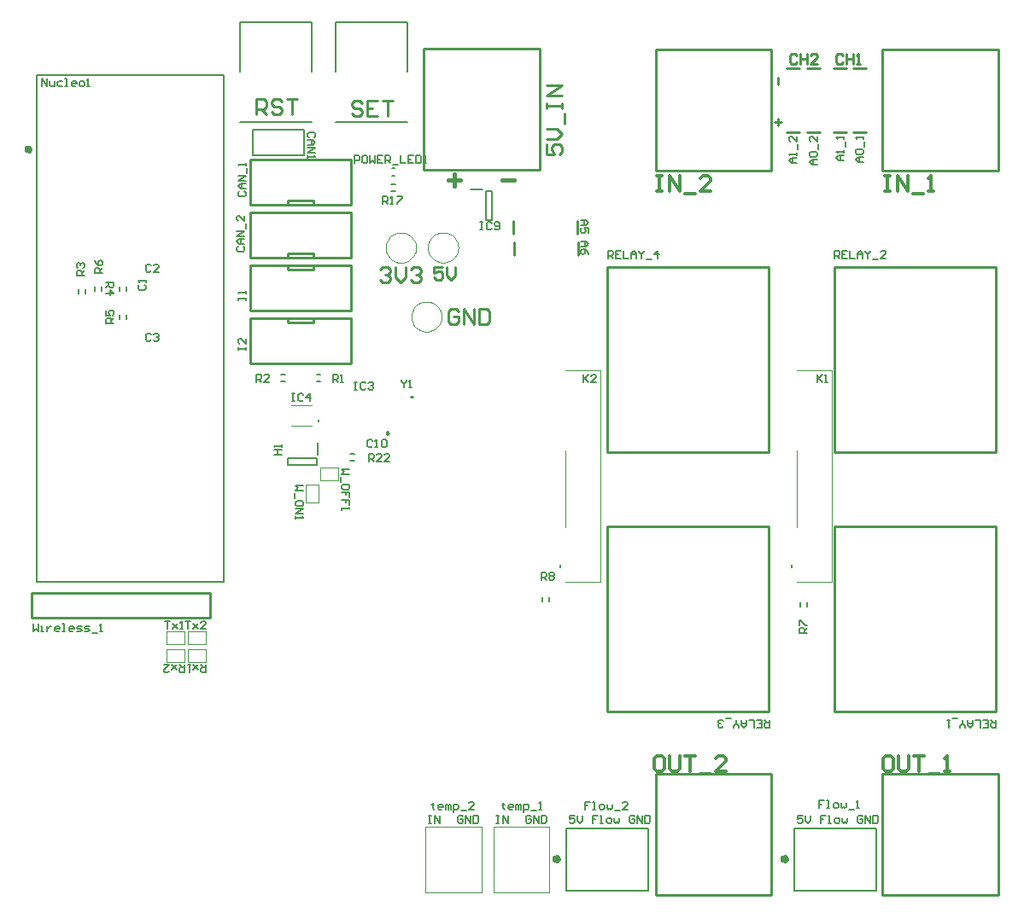
<source format=gto>
G04*
G04 #@! TF.GenerationSoftware,Altium Limited,Altium Designer,19.0.10 (269)*
G04*
G04 Layer_Color=65535*
%FSLAX25Y25*%
%MOIN*%
G70*
G01*
G75*
%ADD10C,0.00394*%
%ADD11C,0.00787*%
%ADD12C,0.01575*%
%ADD13C,0.00984*%
%ADD14C,0.00394*%
%ADD15C,0.01000*%
%ADD16C,0.00500*%
%ADD17C,0.00400*%
%ADD18C,0.01500*%
%ADD19C,0.00700*%
%ADD20C,0.01200*%
D10*
X-40905Y60500D02*
X-40825Y59528D01*
X-40586Y58583D01*
X-40194Y57689D01*
X-39660Y56873D01*
X-39000Y56155D01*
X-38230Y55556D01*
X-37372Y55092D01*
X-36450Y54775D01*
X-35488Y54615D01*
X-34512D01*
X-33550Y54775D01*
X-32628Y55092D01*
X-31770Y55556D01*
X-31000Y56155D01*
X-30340Y56873D01*
X-29806Y57689D01*
X-29414Y58583D01*
X-29175Y59528D01*
X-29094Y60500D01*
X-29175Y61472D01*
X-29414Y62418D01*
X-29806Y63311D01*
X-30340Y64127D01*
X-31000Y64845D01*
X-31770Y65444D01*
X-32628Y65908D01*
X-33550Y66225D01*
X-34512Y66385D01*
X-35488D01*
X-36450Y66225D01*
X-37372Y65908D01*
X-38230Y65444D01*
X-39000Y64845D01*
X-39660Y64127D01*
X-40194Y63311D01*
X-40586Y62418D01*
X-40825Y61472D01*
X-40905Y60500D01*
X-45000Y93405D02*
X-45972Y93325D01*
X-46918Y93085D01*
X-47811Y92694D01*
X-48627Y92160D01*
X-49345Y91500D01*
X-49944Y90730D01*
X-50408Y89872D01*
X-50725Y88950D01*
X-50885Y87988D01*
Y87012D01*
X-50725Y86050D01*
X-50408Y85128D01*
X-49944Y84270D01*
X-49345Y83500D01*
X-48627Y82840D01*
X-47811Y82306D01*
X-46918Y81915D01*
X-45972Y81675D01*
X-45000Y81595D01*
X-45000D02*
X-44028Y81675D01*
X-43082Y81915D01*
X-42189Y82306D01*
X-41373Y82840D01*
X-40655Y83500D01*
X-40056Y84270D01*
X-39592Y85128D01*
X-39275Y86050D01*
X-39115Y87012D01*
Y87988D01*
X-39275Y88950D01*
X-39592Y89872D01*
X-40056Y90730D01*
X-40655Y91500D01*
X-41373Y92160D01*
X-42189Y92694D01*
X-43082Y93085D01*
X-44028Y93325D01*
X-45000Y93405D01*
X-34405Y87500D02*
X-34325Y86528D01*
X-34086Y85583D01*
X-33694Y84689D01*
X-33160Y83873D01*
X-32500Y83155D01*
X-31730Y82556D01*
X-30872Y82092D01*
X-29950Y81775D01*
X-28988Y81615D01*
X-28012D01*
X-27050Y81775D01*
X-26128Y82092D01*
X-25270Y82556D01*
X-24500Y83155D01*
X-23840Y83873D01*
X-23306Y84689D01*
X-22915Y85583D01*
X-22675Y86528D01*
X-22594Y87500D01*
X-22675Y88472D01*
X-22915Y89417D01*
X-23306Y90311D01*
X-23840Y91127D01*
X-24500Y91845D01*
X-25270Y92444D01*
X-26128Y92908D01*
X-27050Y93225D01*
X-28012Y93385D01*
X-28988D01*
X-29950Y93225D01*
X-30872Y92908D01*
X-31730Y92444D01*
X-32500Y91845D01*
X-33160Y91127D01*
X-33694Y90311D01*
X-34086Y89417D01*
X-34325Y88472D01*
X-34405Y87500D01*
X109429Y-21905D02*
Y8095D01*
Y39433D02*
X123209D01*
Y-43244D02*
Y39433D01*
X109429Y-43244D02*
X123209D01*
X19220Y-21905D02*
Y8095D01*
Y39433D02*
X33000D01*
Y-43244D02*
Y39433D01*
X19220Y-43244D02*
X33000D01*
X-8906Y-138705D02*
X12905D01*
Y-164295D02*
Y-138705D01*
X-8906Y-164295D02*
X12905D01*
X-8906D02*
Y-138705D01*
X-35405D02*
X-13595D01*
Y-164295D02*
Y-138705D01*
X-35405Y-164295D02*
X-13595D01*
X-35405D02*
Y-138705D01*
X-87638Y18032D02*
X-79764D01*
X-87638Y25905D02*
X-79764D01*
D11*
X107461Y-37339D02*
Y-36551D01*
Y-37339D01*
X17252D02*
Y-36551D01*
Y-37339D01*
X-77008Y20394D02*
Y19606D01*
Y20394D01*
X-17784Y110102D02*
X-13059D01*
X-11681Y98291D02*
Y109709D01*
Y98291D02*
X-9319D01*
Y109709D01*
X-11681D02*
X-9319D01*
X10122Y-50787D02*
Y-49213D01*
X12878Y-50787D02*
Y-49213D01*
X108595Y-163705D02*
Y-139295D01*
Y-163705D02*
X140405D01*
Y-139295D01*
X108595D02*
X140405D01*
X19594Y-163705D02*
Y-139295D01*
Y-163705D02*
X51406D01*
Y-139295D01*
X19594D02*
X51406D01*
X-64787Y6878D02*
X-63213D01*
X-64787Y4122D02*
X-63213D01*
X-77791Y2720D02*
Y5280D01*
X-89209Y2720D02*
X-77791D01*
X-89209D02*
Y5280D01*
X-77791D01*
X-77595Y6657D02*
Y11185D01*
X-170878Y69713D02*
Y71287D01*
X-168122Y69713D02*
Y71287D01*
X113563Y-52787D02*
Y-51213D01*
X110807Y-52787D02*
Y-51213D01*
X-164378Y70713D02*
Y72287D01*
X-161622Y70713D02*
Y72287D01*
X-152122Y59713D02*
Y61287D01*
X-154878Y59713D02*
Y61287D01*
X-154878Y70713D02*
Y72287D01*
X-152122Y70713D02*
Y72287D01*
X-102937Y123500D02*
X-82937D01*
Y133500D01*
X-102937D02*
X-82937D01*
X-102937Y123500D02*
Y133500D01*
X-91677Y37878D02*
X-90102D01*
X-91677Y35122D02*
X-90102D01*
X-77898D02*
X-76323D01*
X-77898Y37878D02*
X-76323D01*
X-48787Y109622D02*
X-47213D01*
X-48787Y112378D02*
X-47213D01*
X-48591Y118476D02*
X-47409D01*
X-48591Y115524D02*
X-47409D01*
X-70295Y156122D02*
Y175531D01*
X-42303D01*
Y156122D02*
Y175531D01*
X-70295Y136713D02*
X-42303D01*
X-107854Y156122D02*
Y175531D01*
X-79862D01*
Y156122D02*
Y175531D01*
X-107854Y136713D02*
X-79862D01*
D12*
X-189713Y126000D02*
X-190257Y126749D01*
X-191137Y126463D01*
Y125537D01*
X-190257Y125251D01*
X-189713Y126000D01*
X105528Y-151378D02*
X104935Y-150561D01*
X103974Y-150873D01*
Y-151883D01*
X104935Y-152195D01*
X105528Y-151378D01*
X16528D02*
X15935Y-150561D01*
X14974Y-150873D01*
Y-151883D01*
X15935Y-152195D01*
X16528Y-151378D01*
D13*
X-49756Y15020D02*
X-50494Y15446D01*
Y14593D01*
X-49756Y15020D01*
D14*
X-53461Y119705D02*
D03*
D15*
X-40472Y29331D02*
X-41134D01*
X-40472D01*
X24000Y93063D02*
Y98063D01*
X-1000Y93063D02*
Y98063D01*
X24126Y84563D02*
Y89563D01*
X-874Y84563D02*
Y89563D01*
X54421Y-118126D02*
X99697D01*
Y-165370D02*
Y-118126D01*
X54421Y-165370D02*
Y-118126D01*
Y-165370D02*
X99697D01*
X131500Y157500D02*
X136500D01*
X131500Y132500D02*
X136500D01*
X124000Y157500D02*
X129000D01*
X124000Y132500D02*
X129000D01*
X113500Y157500D02*
X118500D01*
X113500Y132500D02*
X118500D01*
X105500Y157500D02*
X110500D01*
X105500Y132500D02*
X110500D01*
X-89000Y58167D02*
Y59860D01*
Y58167D02*
X-79000D01*
Y59860D01*
X-103685Y42143D02*
Y59860D01*
X-64315Y42143D02*
Y59860D01*
X-103685Y42143D02*
X-64315D01*
X-103685Y59860D02*
X-64315D01*
X-89000Y78888D02*
Y80581D01*
Y78888D02*
X-79000D01*
Y80581D01*
X-103685Y62864D02*
Y80581D01*
X-64315Y62864D02*
Y80581D01*
X-103685Y62864D02*
X-64315D01*
X-103685Y80581D02*
X-64315D01*
X-79000Y83586D02*
Y85279D01*
X-89000D02*
X-79000D01*
X-89000Y83586D02*
Y85279D01*
X-64315Y83586D02*
Y101302D01*
X-103685Y83586D02*
Y101302D01*
X-64315D01*
X-103685Y83586D02*
X-64315D01*
X-79000Y104307D02*
Y106000D01*
X-89000D02*
X-79000D01*
X-89000Y104307D02*
Y106000D01*
X-64315Y104307D02*
Y122024D01*
X-103685Y104307D02*
Y122024D01*
X-64315D01*
X-103685Y104307D02*
X-64315D01*
X-36138Y118032D02*
X9138D01*
X-36138D02*
Y165276D01*
X9138Y118032D02*
Y165276D01*
X-36138D02*
X9138D01*
X-119500Y-57000D02*
Y-47500D01*
X-189000Y-57000D02*
X-119500D01*
X-189000Y-47500D02*
X-119500D01*
X-189000Y-57000D02*
Y-47500D01*
X54421Y164870D02*
X99697D01*
Y117626D02*
Y164870D01*
X54421Y117626D02*
Y164870D01*
Y117626D02*
X99697D01*
X143020Y164870D02*
X188295D01*
Y117626D02*
Y164870D01*
X143020Y117626D02*
Y164870D01*
Y117626D02*
X188295D01*
X124319Y7604D02*
Y80045D01*
X187311Y7604D02*
Y80045D01*
X124319Y7604D02*
X187311D01*
X124319Y80045D02*
X187311D01*
X35720Y7604D02*
Y80045D01*
X98713Y7604D02*
Y80045D01*
X35720Y7604D02*
X98713D01*
X35720Y80045D02*
X98713D01*
X187311Y-93736D02*
Y-21295D01*
X124319Y-93736D02*
Y-21295D01*
X187311D01*
X124319Y-93736D02*
X187311D01*
X98713D02*
Y-21295D01*
X35720Y-93736D02*
Y-21295D01*
X98713D01*
X35720Y-93736D02*
X98713D01*
X143020Y-165370D02*
X188295D01*
X143020D02*
Y-118126D01*
X188295Y-165370D02*
Y-118126D01*
X143020D02*
X188295D01*
X102105Y135102D02*
Y137768D01*
X100772Y136435D02*
X103438D01*
X102105Y151097D02*
Y153763D01*
X127666Y162738D02*
X126999Y163404D01*
X125666D01*
X125000Y162738D01*
Y160072D01*
X125666Y159406D01*
X126999D01*
X127666Y160072D01*
X128999Y163404D02*
Y159406D01*
Y161405D01*
X131665D01*
Y163404D01*
Y159406D01*
X132997D02*
X134330D01*
X133664D01*
Y163404D01*
X132997Y162738D01*
X109666D02*
X108999Y163404D01*
X107667D01*
X107000Y162738D01*
Y160072D01*
X107667Y159406D01*
X108999D01*
X109666Y160072D01*
X110999Y163404D02*
Y159406D01*
Y161405D01*
X113664D01*
Y163404D01*
Y159406D01*
X117663D02*
X114997D01*
X117663Y162071D01*
Y162738D01*
X116997Y163404D01*
X115664D01*
X114997Y162738D01*
X-22501Y62498D02*
X-23501Y63498D01*
X-25500D01*
X-26500Y62498D01*
Y58500D01*
X-25500Y57500D01*
X-23501D01*
X-22501Y58500D01*
Y60499D01*
X-24501D01*
X-20502Y57500D02*
Y63498D01*
X-16503Y57500D01*
Y63498D01*
X-14504D02*
Y57500D01*
X-11505D01*
X-10505Y58500D01*
Y62498D01*
X-11505Y63498D01*
X-14504D01*
X-28668Y79998D02*
X-32000D01*
Y77499D01*
X-30334Y78332D01*
X-29501D01*
X-28668Y77499D01*
Y75833D01*
X-29501Y75000D01*
X-31167D01*
X-32000Y75833D01*
X-27002Y79998D02*
Y76666D01*
X-25335Y75000D01*
X-23669Y76666D01*
Y79998D01*
X12002Y127999D02*
Y124000D01*
X15001D01*
X14001Y125999D01*
Y126999D01*
X15001Y127999D01*
X17000D01*
X18000Y126999D01*
Y125000D01*
X17000Y124000D01*
X12002Y129998D02*
X16001D01*
X18000Y131997D01*
X16001Y133997D01*
X12002D01*
X19000Y135996D02*
Y139995D01*
X12002Y141994D02*
Y143993D01*
Y142994D01*
X18000D01*
Y141994D01*
Y143993D01*
Y146993D02*
X12002D01*
X18000Y150991D01*
X12002D01*
X-53000Y78998D02*
X-52000Y79998D01*
X-50001D01*
X-49001Y78998D01*
Y77999D01*
X-50001Y76999D01*
X-51001D01*
X-50001D01*
X-49001Y75999D01*
Y75000D01*
X-50001Y74000D01*
X-52000D01*
X-53000Y75000D01*
X-47002Y79998D02*
Y75999D01*
X-45003Y74000D01*
X-43003Y75999D01*
Y79998D01*
X-41004Y78998D02*
X-40004Y79998D01*
X-38005D01*
X-37005Y78998D01*
Y77999D01*
X-38005Y76999D01*
X-39004D01*
X-38005D01*
X-37005Y75999D01*
Y75000D01*
X-38005Y74000D01*
X-40004D01*
X-41004Y75000D01*
X-60001Y143998D02*
X-61001Y144998D01*
X-63000D01*
X-64000Y143998D01*
Y142999D01*
X-63000Y141999D01*
X-61001D01*
X-60001Y140999D01*
Y140000D01*
X-61001Y139000D01*
X-63000D01*
X-64000Y140000D01*
X-54003Y144998D02*
X-58002D01*
Y139000D01*
X-54003D01*
X-58002Y141999D02*
X-56003D01*
X-52004Y144998D02*
X-48005D01*
X-50005D01*
Y139000D01*
X-101500Y139500D02*
Y145498D01*
X-98501D01*
X-97501Y144498D01*
Y142499D01*
X-98501Y141499D01*
X-101500D01*
X-99501D02*
X-97501Y139500D01*
X-91503Y144498D02*
X-92503Y145498D01*
X-94502D01*
X-95502Y144498D01*
Y143499D01*
X-94502Y142499D01*
X-92503D01*
X-91503Y141499D01*
Y140500D01*
X-92503Y139500D01*
X-94502D01*
X-95502Y140500D01*
X-89504Y145498D02*
X-85505D01*
X-87505D01*
Y139500D01*
D16*
X-186996Y-42996D02*
X-114004D01*
Y154996D01*
X-186996D02*
X-114004D01*
X-186996Y-42996D02*
Y154996D01*
D17*
X-136500Y-62500D02*
X-129500D01*
Y-67500D02*
Y-62500D01*
X-136500Y-67500D02*
Y-62500D01*
Y-67500D02*
X-129500D01*
X-128000Y-62500D02*
X-121000D01*
Y-67500D02*
Y-62500D01*
X-128000Y-67500D02*
Y-62500D01*
Y-67500D02*
X-121000D01*
X-128000Y-74500D02*
X-121000D01*
X-128000D02*
Y-69500D01*
X-121000Y-74500D02*
Y-69500D01*
X-128000D02*
X-121000D01*
X-136500Y-74500D02*
X-129500D01*
X-136500D02*
Y-69500D01*
X-129500Y-74500D02*
Y-69500D01*
X-136500D02*
X-129500D01*
X-76500Y-3500D02*
X-69500D01*
X-76500D02*
Y1500D01*
X-69500Y-3500D02*
Y1500D01*
X-76500D02*
X-69500D01*
X-77000Y-12000D02*
Y-5000D01*
X-82000Y-12000D02*
X-77000D01*
X-82000Y-5000D02*
X-77000D01*
X-82000Y-12000D02*
Y-5000D01*
D18*
X-26500Y113999D02*
X-21835D01*
X-24167Y116331D02*
Y111666D01*
X-5507Y113999D02*
X-842D01*
D19*
X111806Y-134301D02*
X109806D01*
Y-135801D01*
X110806Y-135301D01*
X111306D01*
X111806Y-135801D01*
Y-136800D01*
X111306Y-137300D01*
X110306D01*
X109806Y-136800D01*
X112805Y-134301D02*
Y-136300D01*
X113805Y-137300D01*
X114805Y-136300D01*
Y-134301D01*
X120803D02*
X118803D01*
Y-135801D01*
X119803D01*
X118803D01*
Y-137300D01*
X121802D02*
X122802D01*
X122302D01*
Y-134301D01*
X121802D01*
X124802Y-137300D02*
X125801D01*
X126301Y-136800D01*
Y-135801D01*
X125801Y-135301D01*
X124802D01*
X124302Y-135801D01*
Y-136800D01*
X124802Y-137300D01*
X127301Y-135301D02*
Y-136800D01*
X127801Y-137300D01*
X128300Y-136800D01*
X128800Y-137300D01*
X129300Y-136800D01*
Y-135301D01*
X135298Y-134801D02*
X134798Y-134301D01*
X133799D01*
X133299Y-134801D01*
Y-136800D01*
X133799Y-137300D01*
X134798D01*
X135298Y-136800D01*
Y-135801D01*
X134298D01*
X136298Y-137300D02*
Y-134301D01*
X138297Y-137300D01*
Y-134301D01*
X139297D02*
Y-137300D01*
X140796D01*
X141296Y-136800D01*
Y-134801D01*
X140796Y-134301D01*
X139297D01*
X-34194D02*
X-33194D01*
X-33694D01*
Y-137300D01*
X-34194D01*
X-33194D01*
X-31694D02*
Y-134301D01*
X-29695Y-137300D01*
Y-134301D01*
X-20698Y-134801D02*
X-21198Y-134301D01*
X-22198D01*
X-22697Y-134801D01*
Y-136800D01*
X-22198Y-137300D01*
X-21198D01*
X-20698Y-136800D01*
Y-135801D01*
X-21698D01*
X-19698Y-137300D02*
Y-134301D01*
X-17699Y-137300D01*
Y-134301D01*
X-16699D02*
Y-137300D01*
X-15200D01*
X-14700Y-136800D01*
Y-134801D01*
X-15200Y-134301D01*
X-16699D01*
X-7694D02*
X-6694D01*
X-7194D01*
Y-137300D01*
X-7694D01*
X-6694D01*
X-5195D02*
Y-134301D01*
X-3195Y-137300D01*
Y-134301D01*
X5802Y-134801D02*
X5302Y-134301D01*
X4302D01*
X3803Y-134801D01*
Y-136800D01*
X4302Y-137300D01*
X5302D01*
X5802Y-136800D01*
Y-135801D01*
X4802D01*
X6802Y-137300D02*
Y-134301D01*
X8801Y-137300D01*
Y-134301D01*
X9801D02*
Y-137300D01*
X11300D01*
X11800Y-136800D01*
Y-134801D01*
X11300Y-134301D01*
X9801D01*
X22806D02*
X20806D01*
Y-135801D01*
X21806Y-135301D01*
X22306D01*
X22806Y-135801D01*
Y-136800D01*
X22306Y-137300D01*
X21306D01*
X20806Y-136800D01*
X23805Y-134301D02*
Y-136300D01*
X24805Y-137300D01*
X25805Y-136300D01*
Y-134301D01*
X31803D02*
X29803D01*
Y-135801D01*
X30803D01*
X29803D01*
Y-137300D01*
X32802D02*
X33802D01*
X33302D01*
Y-134301D01*
X32802D01*
X35802Y-137300D02*
X36801D01*
X37301Y-136800D01*
Y-135801D01*
X36801Y-135301D01*
X35802D01*
X35302Y-135801D01*
Y-136800D01*
X35802Y-137300D01*
X38301Y-135301D02*
Y-136800D01*
X38800Y-137300D01*
X39300Y-136800D01*
X39800Y-137300D01*
X40300Y-136800D01*
Y-135301D01*
X46298Y-134801D02*
X45798Y-134301D01*
X44799D01*
X44299Y-134801D01*
Y-136800D01*
X44799Y-137300D01*
X45798D01*
X46298Y-136800D01*
Y-135801D01*
X45298D01*
X47298Y-137300D02*
Y-134301D01*
X49297Y-137300D01*
Y-134301D01*
X50297D02*
Y-137300D01*
X51796D01*
X52296Y-136800D01*
Y-134801D01*
X51796Y-134301D01*
X50297D01*
X-14000Y97499D02*
X-13000D01*
X-13500D01*
Y94500D01*
X-14000D01*
X-13000D01*
X-9501Y96999D02*
X-10001Y97499D01*
X-11001D01*
X-11501Y96999D01*
Y95000D01*
X-11001Y94500D01*
X-10001D01*
X-9501Y95000D01*
X-8502D02*
X-8002Y94500D01*
X-7002D01*
X-6502Y95000D01*
Y96999D01*
X-7002Y97499D01*
X-8002D01*
X-8502Y96999D01*
Y96499D01*
X-8002Y95999D01*
X-6502D01*
X25326Y89863D02*
X27325D01*
X28325Y88863D01*
X27325Y87864D01*
X25326D01*
X26825D01*
Y89863D01*
X28325Y84865D02*
X27825Y85864D01*
X26825Y86864D01*
X25826D01*
X25326Y86364D01*
Y85364D01*
X25826Y84865D01*
X26326D01*
X26825Y85364D01*
Y86864D01*
X25200Y98363D02*
X27199D01*
X28199Y97363D01*
X27199Y96364D01*
X25200D01*
X26700D01*
Y98363D01*
X28199Y93365D02*
Y95364D01*
X26700D01*
X27199Y94364D01*
Y93864D01*
X26700Y93365D01*
X25700D01*
X25200Y93864D01*
Y94864D01*
X25700Y95364D01*
X9800Y-42400D02*
Y-39401D01*
X11299D01*
X11799Y-39901D01*
Y-40900D01*
X11299Y-41400D01*
X9800D01*
X10800D02*
X11799Y-42400D01*
X12799Y-39901D02*
X13299Y-39401D01*
X14299D01*
X14798Y-39901D01*
Y-40401D01*
X14299Y-40900D01*
X14798Y-41400D01*
Y-41900D01*
X14299Y-42400D01*
X13299D01*
X12799Y-41900D01*
Y-41400D01*
X13299Y-40900D01*
X12799Y-40401D01*
Y-39901D01*
X13299Y-40900D02*
X14299D01*
X-5000Y-129501D02*
Y-130001D01*
X-5500D01*
X-4500D01*
X-5000D01*
Y-131500D01*
X-4500Y-132000D01*
X-1501D02*
X-2501D01*
X-3001Y-131500D01*
Y-130500D01*
X-2501Y-130001D01*
X-1501D01*
X-1001Y-130500D01*
Y-131000D01*
X-3001D01*
X-2Y-132000D02*
Y-130001D01*
X498D01*
X998Y-130500D01*
Y-132000D01*
Y-130500D01*
X1498Y-130001D01*
X1998Y-130500D01*
Y-132000D01*
X2997Y-133000D02*
Y-130001D01*
X4497D01*
X4997Y-130500D01*
Y-131500D01*
X4497Y-132000D01*
X2997D01*
X5996Y-132500D02*
X7996D01*
X8995Y-132000D02*
X9995D01*
X9495D01*
Y-129001D01*
X8995Y-129501D01*
X-32500D02*
Y-130001D01*
X-33000D01*
X-32000D01*
X-32500D01*
Y-131500D01*
X-32000Y-132000D01*
X-29001D02*
X-30001D01*
X-30501Y-131500D01*
Y-130500D01*
X-30001Y-130001D01*
X-29001D01*
X-28501Y-130500D01*
Y-131000D01*
X-30501D01*
X-27502Y-132000D02*
Y-130001D01*
X-27002D01*
X-26502Y-130500D01*
Y-132000D01*
Y-130500D01*
X-26002Y-130001D01*
X-25502Y-130500D01*
Y-132000D01*
X-24503Y-133000D02*
Y-130001D01*
X-23003D01*
X-22503Y-130500D01*
Y-131500D01*
X-23003Y-132000D01*
X-24503D01*
X-21504Y-132500D02*
X-19504D01*
X-16505Y-132000D02*
X-18505D01*
X-16505Y-130001D01*
Y-129501D01*
X-17005Y-129001D01*
X-18005D01*
X-18505Y-129501D01*
X117500Y120000D02*
X115501D01*
X114501Y121000D01*
X115501Y121999D01*
X117500D01*
X116000D01*
Y120000D01*
X115001Y122999D02*
X114501Y123499D01*
Y124499D01*
X115001Y124998D01*
X117000D01*
X117500Y124499D01*
Y123499D01*
X117000Y122999D01*
X115001D01*
X118000Y125998D02*
Y127997D01*
X117500Y130996D02*
Y128997D01*
X115501Y130996D01*
X115001D01*
X114501Y130497D01*
Y129497D01*
X115001Y128997D01*
X109500Y120500D02*
X107501D01*
X106501Y121500D01*
X107501Y122499D01*
X109500D01*
X108001D01*
Y120500D01*
X109500Y123499D02*
Y124499D01*
Y123999D01*
X106501D01*
X107001Y123499D01*
X110000Y125998D02*
Y127997D01*
X109500Y130996D02*
Y128997D01*
X107501Y130996D01*
X107001D01*
X106501Y130497D01*
Y129497D01*
X107001Y128997D01*
X135500Y121000D02*
X133501D01*
X132501Y121999D01*
X133501Y122999D01*
X135500D01*
X134001D01*
Y121000D01*
X133001Y123999D02*
X132501Y124498D01*
Y125498D01*
X133001Y125998D01*
X135000D01*
X135500Y125498D01*
Y124498D01*
X135000Y123999D01*
X133001D01*
X136000Y126998D02*
Y128997D01*
X135500Y129997D02*
Y130996D01*
Y130497D01*
X132501D01*
X133001Y129997D01*
X128000Y121500D02*
X126001D01*
X125001Y122499D01*
X126001Y123499D01*
X128000D01*
X126500D01*
Y121500D01*
X128000Y124498D02*
Y125498D01*
Y124998D01*
X125001D01*
X125501Y124498D01*
X128500Y126998D02*
Y128997D01*
X128000Y129997D02*
Y130996D01*
Y130497D01*
X125001D01*
X125501Y129997D01*
X-129000Y-58501D02*
X-127001D01*
X-128000D01*
Y-61500D01*
X-126001Y-59501D02*
X-124002Y-61500D01*
X-125001Y-60500D01*
X-124002Y-59501D01*
X-126001Y-61500D01*
X-121003D02*
X-123002D01*
X-121003Y-59501D01*
Y-59001D01*
X-121502Y-58501D01*
X-122502D01*
X-123002Y-59001D01*
X-137000Y-58501D02*
X-135001D01*
X-136000D01*
Y-61500D01*
X-134001Y-59501D02*
X-132002Y-61500D01*
X-133001Y-60500D01*
X-132002Y-59501D01*
X-134001Y-61500D01*
X-131002D02*
X-130002D01*
X-130502D01*
Y-58501D01*
X-131002Y-59001D01*
X-129500Y-75500D02*
Y-78499D01*
X-131000D01*
X-131499Y-77999D01*
Y-76999D01*
X-131000Y-76500D01*
X-129500D01*
X-130500D02*
X-131499Y-75500D01*
X-132499Y-77499D02*
X-134498Y-75500D01*
X-133499Y-76500D01*
X-134498Y-77499D01*
X-132499Y-75500D01*
X-137497D02*
X-135498D01*
X-137497Y-77499D01*
Y-77999D01*
X-136998Y-78499D01*
X-135998D01*
X-135498Y-77999D01*
X-121000Y-75500D02*
Y-78499D01*
X-122500D01*
X-122999Y-77999D01*
Y-76999D01*
X-122500Y-76500D01*
X-121000D01*
X-122000D02*
X-122999Y-75500D01*
X-123999Y-77499D02*
X-125998Y-75500D01*
X-124999Y-76500D01*
X-125998Y-77499D01*
X-123999Y-75500D01*
X-126998D02*
X-127998D01*
X-127498D01*
Y-78499D01*
X-126998Y-77999D01*
X-185000Y150445D02*
Y153444D01*
X-183001Y150445D01*
Y153444D01*
X-182001Y152444D02*
Y150945D01*
X-181501Y150445D01*
X-180002D01*
Y152444D01*
X-177003D02*
X-178502D01*
X-179002Y151944D01*
Y150945D01*
X-178502Y150445D01*
X-177003D01*
X-176003D02*
X-175003D01*
X-175503D01*
Y153444D01*
X-176003D01*
X-172004Y150445D02*
X-173004D01*
X-173504Y150945D01*
Y151944D01*
X-173004Y152444D01*
X-172004D01*
X-171504Y151944D01*
Y151445D01*
X-173504D01*
X-170005Y150445D02*
X-169005D01*
X-168505Y150945D01*
Y151944D01*
X-169005Y152444D01*
X-170005D01*
X-170505Y151944D01*
Y150945D01*
X-170005Y150445D01*
X-167506D02*
X-166506D01*
X-167006D01*
Y153444D01*
X-167506Y152944D01*
X-44900Y35899D02*
Y35399D01*
X-43900Y34400D01*
X-42901Y35399D01*
Y35899D01*
X-43900Y34400D02*
Y32900D01*
X-41901D02*
X-40901D01*
X-41401D01*
Y35899D01*
X-41901Y35399D01*
X-83001Y-5500D02*
X-86000D01*
X-85000Y-6500D01*
X-86000Y-7499D01*
X-83001D01*
X-86500Y-8499D02*
Y-10498D01*
X-83001Y-12998D02*
Y-11998D01*
X-83501Y-11498D01*
X-85500D01*
X-86000Y-11998D01*
Y-12998D01*
X-85500Y-13497D01*
X-83501D01*
X-83001Y-12998D01*
X-86000Y-14497D02*
X-83001D01*
X-86000Y-16496D01*
X-83001D01*
X-86000Y-17496D02*
Y-18496D01*
Y-17996D01*
X-83001D01*
X-83501Y-17496D01*
X-65001Y1000D02*
X-68000D01*
X-67000Y0D01*
X-68000Y-999D01*
X-65001D01*
X-68500Y-1999D02*
Y-3998D01*
X-65001Y-6498D02*
Y-5498D01*
X-65501Y-4998D01*
X-67500D01*
X-68000Y-5498D01*
Y-6498D01*
X-67500Y-6997D01*
X-65501D01*
X-65001Y-6498D01*
Y-9996D02*
Y-7997D01*
X-66501D01*
Y-8997D01*
Y-7997D01*
X-68000D01*
X-65001Y-12995D02*
Y-10996D01*
X-66501D01*
Y-11996D01*
Y-10996D01*
X-68000D01*
Y-13995D02*
Y-14995D01*
Y-14495D01*
X-65001D01*
X-65501Y-13995D01*
X-57500Y4000D02*
Y6999D01*
X-56001D01*
X-55501Y6499D01*
Y5500D01*
X-56001Y5000D01*
X-57500D01*
X-56500D02*
X-55501Y4000D01*
X-52502D02*
X-54501D01*
X-52502Y5999D01*
Y6499D01*
X-53001Y6999D01*
X-54001D01*
X-54501Y6499D01*
X-49503Y4000D02*
X-51502D01*
X-49503Y5999D01*
Y6499D01*
X-50002Y6999D01*
X-51002D01*
X-51502Y6499D01*
X-52000Y104500D02*
Y107499D01*
X-50501D01*
X-50001Y106999D01*
Y106000D01*
X-50501Y105500D01*
X-52000D01*
X-51000D02*
X-50001Y104500D01*
X-49001D02*
X-48001D01*
X-48501D01*
Y107499D01*
X-49001Y106999D01*
X-46502Y107499D02*
X-44502D01*
Y106999D01*
X-46502Y105000D01*
Y104500D01*
X-63000Y120500D02*
Y123499D01*
X-61501D01*
X-61001Y122999D01*
Y122000D01*
X-61501Y121500D01*
X-63000D01*
X-58501Y123499D02*
X-59501D01*
X-60001Y122999D01*
Y121000D01*
X-59501Y120500D01*
X-58501D01*
X-58002Y121000D01*
Y122999D01*
X-58501Y123499D01*
X-57002D02*
Y120500D01*
X-56002Y121500D01*
X-55003Y120500D01*
Y123499D01*
X-52004D02*
X-54003D01*
Y120500D01*
X-52004D01*
X-54003Y122000D02*
X-53003D01*
X-51004Y120500D02*
Y123499D01*
X-49504D01*
X-49005Y122999D01*
Y122000D01*
X-49504Y121500D01*
X-51004D01*
X-50004D02*
X-49005Y120500D01*
X-48005Y120000D02*
X-46005D01*
X-45006Y123499D02*
Y120500D01*
X-43007D01*
X-40007Y123499D02*
X-42007D01*
Y120500D01*
X-40007D01*
X-42007Y122000D02*
X-41007D01*
X-39008Y123499D02*
Y120500D01*
X-37508D01*
X-37008Y121000D01*
Y122999D01*
X-37508Y123499D01*
X-39008D01*
X-36009Y120500D02*
X-35009D01*
X-35509D01*
Y123499D01*
X-36009Y122999D01*
X-87500Y30499D02*
X-86500D01*
X-87000D01*
Y27500D01*
X-87500D01*
X-86500D01*
X-83002Y29999D02*
X-83501Y30499D01*
X-84501D01*
X-85001Y29999D01*
Y28000D01*
X-84501Y27500D01*
X-83501D01*
X-83002Y28000D01*
X-80502Y27500D02*
Y30499D01*
X-82002Y29000D01*
X-80002D01*
X-63248Y34999D02*
X-62248D01*
X-62748D01*
Y32000D01*
X-63248D01*
X-62248D01*
X-58749Y34499D02*
X-59249Y34999D01*
X-60249D01*
X-60748Y34499D01*
Y32500D01*
X-60249Y32000D01*
X-59249D01*
X-58749Y32500D01*
X-57749Y34499D02*
X-57250Y34999D01*
X-56250D01*
X-55750Y34499D01*
Y33999D01*
X-56250Y33500D01*
X-56750D01*
X-56250D01*
X-55750Y33000D01*
Y32500D01*
X-56250Y32000D01*
X-57250D01*
X-57749Y32500D01*
X-94499Y6500D02*
X-91500D01*
X-93000D01*
Y8499D01*
X-94499D01*
X-91500D01*
Y9499D02*
Y10499D01*
Y9999D01*
X-94499D01*
X-93999Y9499D01*
X28999Y-129001D02*
X27000D01*
Y-130500D01*
X28000D01*
X27000D01*
Y-132000D01*
X29999D02*
X30999D01*
X30499D01*
Y-129001D01*
X29999D01*
X32998Y-132000D02*
X33998D01*
X34498Y-131500D01*
Y-130500D01*
X33998Y-130001D01*
X32998D01*
X32498Y-130500D01*
Y-131500D01*
X32998Y-132000D01*
X35497Y-130001D02*
Y-131500D01*
X35997Y-132000D01*
X36497Y-131500D01*
X36997Y-132000D01*
X37497Y-131500D01*
Y-130001D01*
X38496Y-132500D02*
X40496D01*
X43495Y-132000D02*
X41495D01*
X43495Y-130001D01*
Y-129501D01*
X42995Y-129001D01*
X41995D01*
X41495Y-129501D01*
X120306Y-128501D02*
X118307D01*
Y-130000D01*
X119307D01*
X118307D01*
Y-131500D01*
X121306D02*
X122306D01*
X121806D01*
Y-128501D01*
X121306D01*
X124305Y-131500D02*
X125305D01*
X125805Y-131000D01*
Y-130000D01*
X125305Y-129501D01*
X124305D01*
X123805Y-130000D01*
Y-131000D01*
X124305Y-131500D01*
X126804Y-129501D02*
Y-131000D01*
X127304Y-131500D01*
X127804Y-131000D01*
X128304Y-131500D01*
X128804Y-131000D01*
Y-129501D01*
X129803Y-132000D02*
X131803D01*
X132802Y-131500D02*
X133802D01*
X133302D01*
Y-128501D01*
X132802Y-129001D01*
X-56001Y11999D02*
X-56501Y12499D01*
X-57500D01*
X-58000Y11999D01*
Y10000D01*
X-57500Y9500D01*
X-56501D01*
X-56001Y10000D01*
X-55001Y9500D02*
X-54001D01*
X-54501D01*
Y12499D01*
X-55001Y11999D01*
X-52502D02*
X-52002Y12499D01*
X-51002D01*
X-50502Y11999D01*
Y10000D01*
X-51002Y9500D01*
X-52002D01*
X-52502Y10000D01*
Y11999D01*
X-188500Y-59501D02*
Y-62500D01*
X-187500Y-61500D01*
X-186501Y-62500D01*
Y-59501D01*
X-185501Y-62500D02*
X-184501D01*
X-185001D01*
Y-60501D01*
X-185501D01*
X-183002D02*
Y-62500D01*
Y-61500D01*
X-182502Y-61001D01*
X-182002Y-60501D01*
X-181502D01*
X-178503Y-62500D02*
X-179503D01*
X-180003Y-62000D01*
Y-61001D01*
X-179503Y-60501D01*
X-178503D01*
X-178003Y-61001D01*
Y-61500D01*
X-180003D01*
X-177004Y-62500D02*
X-176004D01*
X-176504D01*
Y-59501D01*
X-177004D01*
X-173005Y-62500D02*
X-174005D01*
X-174504Y-62000D01*
Y-61001D01*
X-174005Y-60501D01*
X-173005D01*
X-172505Y-61001D01*
Y-61500D01*
X-174504D01*
X-171505Y-62500D02*
X-170006D01*
X-169506Y-62000D01*
X-170006Y-61500D01*
X-171006D01*
X-171505Y-61001D01*
X-171006Y-60501D01*
X-169506D01*
X-168507Y-62500D02*
X-167007D01*
X-166507Y-62000D01*
X-167007Y-61500D01*
X-168007D01*
X-168507Y-61001D01*
X-168007Y-60501D01*
X-166507D01*
X-165507Y-63000D02*
X-163508D01*
X-162508Y-62500D02*
X-161509D01*
X-162009D01*
Y-59501D01*
X-162508Y-60001D01*
X124315Y83277D02*
Y86276D01*
X125814D01*
X126314Y85777D01*
Y84777D01*
X125814Y84277D01*
X124315D01*
X125315D02*
X126314Y83277D01*
X129313Y86276D02*
X127314D01*
Y83277D01*
X129313D01*
X127314Y84777D02*
X128314D01*
X130313Y86276D02*
Y83277D01*
X132312D01*
X133312D02*
Y85277D01*
X134312Y86276D01*
X135311Y85277D01*
Y83277D01*
Y84777D01*
X133312D01*
X136311Y86276D02*
Y85777D01*
X137311Y84777D01*
X138310Y85777D01*
Y86276D01*
X137311Y84777D02*
Y83277D01*
X139310Y82778D02*
X141309D01*
X144308Y83277D02*
X142309D01*
X144308Y85277D01*
Y85777D01*
X143809Y86276D01*
X142809D01*
X142309Y85777D01*
X187315Y-96969D02*
Y-99968D01*
X185815D01*
X185316Y-99468D01*
Y-98468D01*
X185815Y-97968D01*
X187315D01*
X186315D02*
X185316Y-96969D01*
X182317Y-99968D02*
X184316D01*
Y-96969D01*
X182317D01*
X184316Y-98468D02*
X183316D01*
X181317Y-99968D02*
Y-96969D01*
X179317D01*
X178318D02*
Y-98968D01*
X177318Y-99968D01*
X176319Y-98968D01*
Y-96969D01*
Y-98468D01*
X178318D01*
X175319Y-99968D02*
Y-99468D01*
X174319Y-98468D01*
X173319Y-99468D01*
Y-99968D01*
X174319Y-98468D02*
Y-96969D01*
X172320Y-96469D02*
X170320D01*
X169321Y-96969D02*
X168321D01*
X168821D01*
Y-99968D01*
X169321Y-99468D01*
X35764Y83277D02*
Y86276D01*
X37263D01*
X37763Y85777D01*
Y84777D01*
X37263Y84277D01*
X35764D01*
X36763D02*
X37763Y83277D01*
X40762Y86276D02*
X38763D01*
Y83277D01*
X40762D01*
X38763Y84777D02*
X39762D01*
X41762Y86276D02*
Y83277D01*
X43761D01*
X44761D02*
Y85277D01*
X45761Y86276D01*
X46760Y85277D01*
Y83277D01*
Y84777D01*
X44761D01*
X47760Y86276D02*
Y85777D01*
X48760Y84777D01*
X49759Y85777D01*
Y86276D01*
X48760Y84777D02*
Y83277D01*
X50759Y82778D02*
X52758D01*
X55257Y83277D02*
Y86276D01*
X53758Y84777D01*
X55757D01*
X98839Y-97063D02*
Y-100062D01*
X97339D01*
X96839Y-99562D01*
Y-98563D01*
X97339Y-98063D01*
X98839D01*
X97839D02*
X96839Y-97063D01*
X93840Y-100062D02*
X95840D01*
Y-97063D01*
X93840D01*
X95840Y-98563D02*
X94840D01*
X92840Y-100062D02*
Y-97063D01*
X90841D01*
X89842D02*
Y-99062D01*
X88842Y-100062D01*
X87842Y-99062D01*
Y-97063D01*
Y-98563D01*
X89842D01*
X86842Y-100062D02*
Y-99562D01*
X85843Y-98563D01*
X84843Y-99562D01*
Y-100062D01*
X85843Y-98563D02*
Y-97063D01*
X83843Y-96563D02*
X81844D01*
X80844Y-99562D02*
X80344Y-100062D01*
X79345D01*
X78845Y-99562D01*
Y-99062D01*
X79345Y-98563D01*
X79845D01*
X79345D01*
X78845Y-98063D01*
Y-97563D01*
X79345Y-97063D01*
X80344D01*
X80844Y-97563D01*
X-71610Y35000D02*
Y37999D01*
X-70111D01*
X-69611Y37499D01*
Y36500D01*
X-70111Y36000D01*
X-71610D01*
X-70611D02*
X-69611Y35000D01*
X-68611D02*
X-67611D01*
X-68111D01*
Y37999D01*
X-68611Y37499D01*
X-101343Y35000D02*
Y37999D01*
X-99844D01*
X-99344Y37499D01*
Y36500D01*
X-99844Y36000D01*
X-101343D01*
X-100344D02*
X-99344Y35000D01*
X-96345D02*
X-98344D01*
X-96345Y36999D01*
Y37499D01*
X-96845Y37999D01*
X-97844D01*
X-98344Y37499D01*
X-160000Y74047D02*
X-157001D01*
Y72548D01*
X-157501Y72048D01*
X-158501D01*
X-159000Y72548D01*
Y74047D01*
Y73048D02*
X-160000Y72048D01*
Y69549D02*
X-157001D01*
X-158501Y71048D01*
Y69049D01*
X-157000Y58000D02*
X-159999D01*
Y59500D01*
X-159499Y59999D01*
X-158500D01*
X-158000Y59500D01*
Y58000D01*
Y59000D02*
X-157000Y59999D01*
X-159999Y62998D02*
Y60999D01*
X-158500D01*
X-158999Y61999D01*
Y62499D01*
X-158500Y62998D01*
X-157500D01*
X-157000Y62499D01*
Y61499D01*
X-157500Y60999D01*
X-161500Y77500D02*
X-164499D01*
Y79000D01*
X-163999Y79499D01*
X-162999D01*
X-162500Y79000D01*
Y77500D01*
Y78500D02*
X-161500Y79499D01*
X-164499Y82498D02*
X-163999Y81499D01*
X-162999Y80499D01*
X-162000D01*
X-161500Y80999D01*
Y81999D01*
X-162000Y82498D01*
X-162500D01*
X-162999Y81999D01*
Y80499D01*
X-168500Y76500D02*
X-171499D01*
Y78000D01*
X-170999Y78499D01*
X-170000D01*
X-169500Y78000D01*
Y76500D01*
Y77500D02*
X-168500Y78499D01*
X-170999Y79499D02*
X-171499Y79999D01*
Y80999D01*
X-170999Y81498D01*
X-170499D01*
X-170000Y80999D01*
Y80499D01*
Y80999D01*
X-169500Y81498D01*
X-169000D01*
X-168500Y80999D01*
Y79999D01*
X-169000Y79499D01*
X113500Y-63000D02*
X110501D01*
Y-61501D01*
X111001Y-61001D01*
X112001D01*
X112500Y-61501D01*
Y-63000D01*
Y-62000D02*
X113500Y-61001D01*
X110501Y-60001D02*
Y-58002D01*
X111001D01*
X113000Y-60001D01*
X113500D01*
X117500Y37999D02*
Y35000D01*
Y36000D01*
X119499Y37999D01*
X118000Y36500D01*
X119499Y35000D01*
X120499D02*
X121499D01*
X120999D01*
Y37999D01*
X120499Y37499D01*
X26291Y37757D02*
Y34758D01*
Y35758D01*
X28291Y37757D01*
X26791Y36258D01*
X28291Y34758D01*
X31290D02*
X29290D01*
X31290Y36757D01*
Y37257D01*
X30790Y37757D01*
X29790D01*
X29290Y37257D01*
X-108499Y47500D02*
Y48500D01*
Y48000D01*
X-105500D01*
Y47500D01*
Y48500D01*
Y51999D02*
Y49999D01*
X-107499Y51999D01*
X-107999D01*
X-108499Y51499D01*
Y50499D01*
X-107999Y49999D01*
X-108499Y67000D02*
Y68000D01*
Y67500D01*
X-105500D01*
Y67000D01*
Y68000D01*
Y69499D02*
Y70499D01*
Y69999D01*
X-108499D01*
X-107999Y69499D01*
Y109499D02*
X-108499Y109000D01*
Y108000D01*
X-107999Y107500D01*
X-106000D01*
X-105500Y108000D01*
Y109000D01*
X-106000Y109499D01*
X-105500Y110499D02*
X-107499D01*
X-108499Y111499D01*
X-107499Y112498D01*
X-105500D01*
X-107000D01*
Y110499D01*
X-105500Y113498D02*
X-108499D01*
X-105500Y115497D01*
X-108499D01*
X-105000Y116497D02*
Y118496D01*
X-105500Y119496D02*
Y120496D01*
Y119996D01*
X-108499D01*
X-107999Y119496D01*
X-108499Y87999D02*
X-108999Y87499D01*
Y86500D01*
X-108499Y86000D01*
X-106500D01*
X-106000Y86500D01*
Y87499D01*
X-106500Y87999D01*
X-106000Y88999D02*
X-107999D01*
X-108999Y89999D01*
X-107999Y90998D01*
X-106000D01*
X-107500D01*
Y88999D01*
X-106000Y91998D02*
X-108999D01*
X-106000Y93997D01*
X-108999D01*
X-105500Y94997D02*
Y96996D01*
X-106000Y99995D02*
Y97996D01*
X-107999Y99995D01*
X-108499D01*
X-108999Y99496D01*
Y98496D01*
X-108499Y97996D01*
X-78938Y130501D02*
X-78438Y131000D01*
Y132000D01*
X-78938Y132500D01*
X-80937D01*
X-81437Y132000D01*
Y131000D01*
X-80937Y130501D01*
X-81437Y129501D02*
X-79438D01*
X-78438Y128501D01*
X-79438Y127502D01*
X-81437D01*
X-79937D01*
Y129501D01*
X-81437Y126502D02*
X-78438D01*
X-81437Y124503D01*
X-78438D01*
X-81437Y123503D02*
Y122503D01*
Y123003D01*
X-78438D01*
X-78938Y123503D01*
X-142501Y80499D02*
X-143000Y80999D01*
X-144000D01*
X-144500Y80499D01*
Y78500D01*
X-144000Y78000D01*
X-143000D01*
X-142501Y78500D01*
X-139502Y78000D02*
X-141501D01*
X-139502Y79999D01*
Y80499D01*
X-140001Y80999D01*
X-141001D01*
X-141501Y80499D01*
X-142501Y53499D02*
X-143000Y53999D01*
X-144000D01*
X-144500Y53499D01*
Y51500D01*
X-144000Y51000D01*
X-143000D01*
X-142501Y51500D01*
X-141501Y53499D02*
X-141001Y53999D01*
X-140001D01*
X-139502Y53499D01*
Y52999D01*
X-140001Y52500D01*
X-140501D01*
X-140001D01*
X-139502Y52000D01*
Y51500D01*
X-140001Y51000D01*
X-141001D01*
X-141501Y51500D01*
X-146999Y72999D02*
X-147499Y72500D01*
Y71500D01*
X-146999Y71000D01*
X-145000D01*
X-144500Y71500D01*
Y72500D01*
X-145000Y72999D01*
X-144500Y73999D02*
Y74999D01*
Y74499D01*
X-147499D01*
X-146999Y73999D01*
D20*
X55000Y115498D02*
X56999D01*
X56000D01*
Y109500D01*
X55000D01*
X56999D01*
X59998D02*
Y115498D01*
X63997Y109500D01*
Y115498D01*
X65996Y108500D02*
X69995D01*
X75993Y109500D02*
X71995D01*
X75993Y113499D01*
Y114498D01*
X74993Y115498D01*
X72994D01*
X71995Y114498D01*
X144000Y115498D02*
X145999D01*
X145000D01*
Y109500D01*
X144000D01*
X145999D01*
X148998D02*
Y115498D01*
X152997Y109500D01*
Y115498D01*
X154996Y108500D02*
X158995D01*
X160995Y109500D02*
X162994D01*
X161994D01*
Y115498D01*
X160995Y114498D01*
X146199Y-111002D02*
X144200D01*
X143200Y-112002D01*
Y-116000D01*
X144200Y-117000D01*
X146199D01*
X147199Y-116000D01*
Y-112002D01*
X146199Y-111002D01*
X149198D02*
Y-116000D01*
X150198Y-117000D01*
X152197D01*
X153197Y-116000D01*
Y-111002D01*
X155196D02*
X159195D01*
X157195D01*
Y-117000D01*
X161194Y-118000D02*
X165193D01*
X167192Y-117000D02*
X169192D01*
X168192D01*
Y-111002D01*
X167192Y-112002D01*
X56999Y-111002D02*
X55000D01*
X54000Y-112002D01*
Y-116000D01*
X55000Y-117000D01*
X56999D01*
X57999Y-116000D01*
Y-112002D01*
X56999Y-111002D01*
X59998D02*
Y-116000D01*
X60998Y-117000D01*
X62997D01*
X63997Y-116000D01*
Y-111002D01*
X65996D02*
X69995D01*
X67996D01*
Y-117000D01*
X71994Y-118000D02*
X75993D01*
X81991Y-117000D02*
X77992D01*
X81991Y-113001D01*
Y-112002D01*
X80991Y-111002D01*
X78992D01*
X77992Y-112002D01*
M02*

</source>
